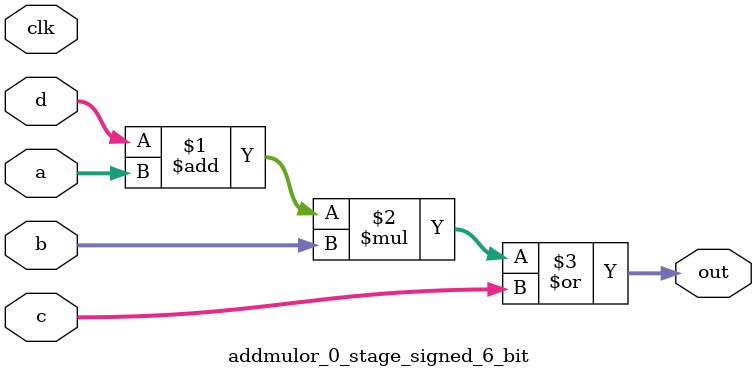
<source format=sv>
(* use_dsp = "yes" *) module addmulor_0_stage_signed_6_bit(
	input signed [5:0] a,
	input signed [5:0] b,
	input signed [5:0] c,
	input signed [5:0] d,
	output [5:0] out,
	input clk);

	assign out = ((d + a) * b) | c;
endmodule

</source>
